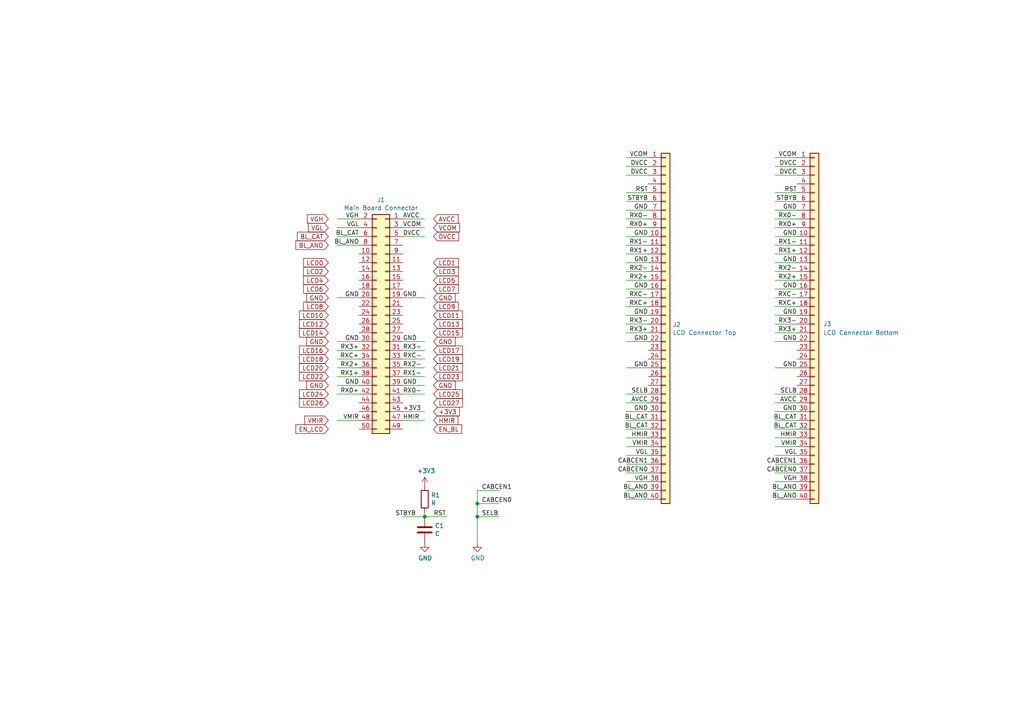
<source format=kicad_sch>
(kicad_sch (version 20250114) (generator "eeschema") (generator_version "9.0")
  (paper "A4")
  (lib_symbols
    (symbol "Connector_Generic:Conn_01x40" (pin_names (offset 1.016) (hide yes))
      (property "Reference" "J" (at 0 50.8 0))
      (property "Value" "Conn_01x40" (at 0 -53.34 0))
      (symbol "Conn_01x40_1_1"
        (rectangle (start -1.27 49.53) (end 1.27 -52.07) (stroke (width 0.254)) (fill (type background)))
        (rectangle (start -1.27 48.387) (end 0 48.133) (stroke (width 0.1524)))
        (rectangle (start -1.27 45.847) (end 0 45.593) (stroke (width 0.1524)))
        (rectangle (start -1.27 43.307) (end 0 43.053) (stroke (width 0.1524)))
        (rectangle (start -1.27 40.767) (end 0 40.513) (stroke (width 0.1524)))
        (rectangle (start -1.27 38.227) (end 0 37.973) (stroke (width 0.1524)))
        (rectangle (start -1.27 35.687) (end 0 35.433) (stroke (width 0.1524)))
        (rectangle (start -1.27 33.147) (end 0 32.893) (stroke (width 0.1524)))
        (rectangle (start -1.27 30.607) (end 0 30.353) (stroke (width 0.1524)))
        (rectangle (start -1.27 28.067) (end 0 27.813) (stroke (width 0.1524)))
        (rectangle (start -1.27 25.527) (end 0 25.273) (stroke (width 0.1524)))
        (rectangle (start -1.27 22.987) (end 0 22.733) (stroke (width 0.1524)))
        (rectangle (start -1.27 20.447) (end 0 20.193) (stroke (width 0.1524)))
        (rectangle (start -1.27 17.907) (end 0 17.653) (stroke (width 0.1524)))
        (rectangle (start -1.27 15.367) (end 0 15.113) (stroke (width 0.1524)))
        (rectangle (start -1.27 12.827) (end 0 12.573) (stroke (width 0.1524)))
        (rectangle (start -1.27 10.287) (end 0 10.033) (stroke (width 0.1524)))
        (rectangle (start -1.27 7.747) (end 0 7.493) (stroke (width 0.1524)))
        (rectangle (start -1.27 5.207) (end 0 4.953) (stroke (width 0.1524)))
        (rectangle (start -1.27 2.667) (end 0 2.413) (stroke (width 0.1524)))
        (rectangle (start -1.27 0.127) (end 0 -0.127) (stroke (width 0.1524)))
        (rectangle (start -1.27 -2.413) (end 0 -2.667) (stroke (width 0.1524)))
        (rectangle (start -1.27 -4.953) (end 0 -5.207) (stroke (width 0.1524)))
        (rectangle (start -1.27 -7.493) (end 0 -7.747) (stroke (width 0.1524)))
        (rectangle (start -1.27 -10.033) (end 0 -10.287) (stroke (width 0.1524)))
        (rectangle (start -1.27 -12.573) (end 0 -12.827) (stroke (width 0.1524)))
        (rectangle (start -1.27 -15.113) (end 0 -15.367) (stroke (width 0.1524)))
        (rectangle (start -1.27 -17.653) (end 0 -17.907) (stroke (width 0.1524)))
        (rectangle (start -1.27 -20.193) (end 0 -20.447) (stroke (width 0.1524)))
        (rectangle (start -1.27 -22.733) (end 0 -22.987) (stroke (width 0.1524)))
        (rectangle (start -1.27 -25.273) (end 0 -25.527) (stroke (width 0.1524)))
        (rectangle (start -1.27 -27.813) (end 0 -28.067) (stroke (width 0.1524)))
        (rectangle (start -1.27 -30.353) (end 0 -30.607) (stroke (width 0.1524)))
        (rectangle (start -1.27 -32.893) (end 0 -33.147) (stroke (width 0.1524)))
        (rectangle (start -1.27 -35.433) (end 0 -35.687) (stroke (width 0.1524)))
        (rectangle (start -1.27 -37.973) (end 0 -38.227) (stroke (width 0.1524)))
        (rectangle (start -1.27 -40.513) (end 0 -40.767) (stroke (width 0.1524)))
        (rectangle (start -1.27 -43.053) (end 0 -43.307) (stroke (width 0.1524)))
        (rectangle (start -1.27 -45.593) (end 0 -45.847) (stroke (width 0.1524)))
        (rectangle (start -1.27 -48.133) (end 0 -48.387) (stroke (width 0.1524)))
        (rectangle (start -1.27 -50.673) (end 0 -50.927) (stroke (width 0.1524)))
        (pin passive line (at -5.08 48.26 0) (length 3.81) (name "Pin_1") (number "1"))
        (pin passive line (at -5.08 45.72 0) (length 3.81) (name "Pin_2") (number "2"))
        (pin passive line (at -5.08 43.18 0) (length 3.81) (name "Pin_3") (number "3"))
        (pin passive line (at -5.08 40.64 0) (length 3.81) (name "Pin_4") (number "4"))
        (pin passive line (at -5.08 38.1 0) (length 3.81) (name "Pin_5") (number "5"))
        (pin passive line (at -5.08 35.56 0) (length 3.81) (name "Pin_6") (number "6"))
        (pin passive line (at -5.08 33.02 0) (length 3.81) (name "Pin_7") (number "7"))
        (pin passive line (at -5.08 30.48 0) (length 3.81) (name "Pin_8") (number "8"))
        (pin passive line (at -5.08 27.94 0) (length 3.81) (name "Pin_9") (number "9"))
        (pin passive line (at -5.08 25.4 0) (length 3.81) (name "Pin_10") (number "10"))
        (pin passive line (at -5.08 22.86 0) (length 3.81) (name "Pin_11") (number "11"))
        (pin passive line (at -5.08 20.32 0) (length 3.81) (name "Pin_12") (number "12"))
        (pin passive line (at -5.08 17.78 0) (length 3.81) (name "Pin_13") (number "13"))
        (pin passive line (at -5.08 15.24 0) (length 3.81) (name "Pin_14") (number "14"))
        (pin passive line (at -5.08 12.7 0) (length 3.81) (name "Pin_15") (number "15"))
        (pin passive line (at -5.08 10.16 0) (length 3.81) (name "Pin_16") (number "16"))
        (pin passive line (at -5.08 7.62 0) (length 3.81) (name "Pin_17") (number "17"))
        (pin passive line (at -5.08 5.08 0) (length 3.81) (name "Pin_18") (number "18"))
        (pin passive line (at -5.08 2.54 0) (length 3.81) (name "Pin_19") (number "19"))
        (pin passive line (at -5.08 0 0) (length 3.81) (name "Pin_20") (number "20"))
        (pin passive line (at -5.08 -2.54 0) (length 3.81) (name "Pin_21") (number "21"))
        (pin passive line (at -5.08 -5.08 0) (length 3.81) (name "Pin_22") (number "22"))
        (pin passive line (at -5.08 -7.62 0) (length 3.81) (name "Pin_23") (number "23"))
        (pin passive line (at -5.08 -10.16 0) (length 3.81) (name "Pin_24") (number "24"))
        (pin passive line (at -5.08 -12.7 0) (length 3.81) (name "Pin_25") (number "25"))
        (pin passive line (at -5.08 -15.24 0) (length 3.81) (name "Pin_26") (number "26"))
        (pin passive line (at -5.08 -17.78 0) (length 3.81) (name "Pin_27") (number "27"))
        (pin passive line (at -5.08 -20.32 0) (length 3.81) (name "Pin_28") (number "28"))
        (pin passive line (at -5.08 -22.86 0) (length 3.81) (name "Pin_29") (number "29"))
        (pin passive line (at -5.08 -25.4 0) (length 3.81) (name "Pin_30") (number "30"))
        (pin passive line (at -5.08 -27.94 0) (length 3.81) (name "Pin_31") (number "31"))
        (pin passive line (at -5.08 -30.48 0) (length 3.81) (name "Pin_32") (number "32"))
        (pin passive line (at -5.08 -33.02 0) (length 3.81) (name "Pin_33") (number "33"))
        (pin passive line (at -5.08 -35.56 0) (length 3.81) (name "Pin_34") (number "34"))
        (pin passive line (at -5.08 -38.1 0) (length 3.81) (name "Pin_35") (number "35"))
        (pin passive line (at -5.08 -40.64 0) (length 3.81) (name "Pin_36") (number "36"))
        (pin passive line (at -5.08 -43.18 0) (length 3.81) (name "Pin_37") (number "37"))
        (pin passive line (at -5.08 -45.72 0) (length 3.81) (name "Pin_38") (number "38"))
        (pin passive line (at -5.08 -48.26 0) (length 3.81) (name "Pin_39") (number "39"))
        (pin passive line (at -5.08 -50.8 0) (length 3.81) (name "Pin_40") (number "40"))
      )
    )
    (symbol "Connector_Generic:Conn_02x25_Odd_Even" (pin_names (offset 1.016) (hide yes))
      (property "Reference" "J" (at 1.27 33.02 0))
      (property "Value" "Conn_02x25_Odd_Even" (at 1.27 -33.02 0))
      (symbol "Conn_02x25_Odd_Even_1_1"
        (rectangle (start -1.27 31.75) (end 3.81 -31.75) (stroke (width 0.254)) (fill (type background)))
        (rectangle (start -1.27 30.607) (end 0 30.353) (stroke (width 0.1524)))
        (rectangle (start -1.27 28.067) (end 0 27.813) (stroke (width 0.1524)))
        (rectangle (start -1.27 25.527) (end 0 25.273) (stroke (width 0.1524)))
        (rectangle (start -1.27 22.987) (end 0 22.733) (stroke (width 0.1524)))
        (rectangle (start -1.27 20.447) (end 0 20.193) (stroke (width 0.1524)))
        (rectangle (start -1.27 17.907) (end 0 17.653) (stroke (width 0.1524)))
        (rectangle (start -1.27 15.367) (end 0 15.113) (stroke (width 0.1524)))
        (rectangle (start -1.27 12.827) (end 0 12.573) (stroke (width 0.1524)))
        (rectangle (start -1.27 10.287) (end 0 10.033) (stroke (width 0.1524)))
        (rectangle (start -1.27 7.747) (end 0 7.493) (stroke (width 0.1524)))
        (rectangle (start -1.27 5.207) (end 0 4.953) (stroke (width 0.1524)))
        (rectangle (start -1.27 2.667) (end 0 2.413) (stroke (width 0.1524)))
        (rectangle (start -1.27 0.127) (end 0 -0.127) (stroke (width 0.1524)))
        (rectangle (start -1.27 -2.413) (end 0 -2.667) (stroke (width 0.1524)))
        (rectangle (start -1.27 -4.953) (end 0 -5.207) (stroke (width 0.1524)))
        (rectangle (start -1.27 -7.493) (end 0 -7.747) (stroke (width 0.1524)))
        (rectangle (start -1.27 -10.033) (end 0 -10.287) (stroke (width 0.1524)))
        (rectangle (start -1.27 -12.573) (end 0 -12.827) (stroke (width 0.1524)))
        (rectangle (start -1.27 -15.113) (end 0 -15.367) (stroke (width 0.1524)))
        (rectangle (start -1.27 -17.653) (end 0 -17.907) (stroke (width 0.1524)))
        (rectangle (start -1.27 -20.193) (end 0 -20.447) (stroke (width 0.1524)))
        (rectangle (start -1.27 -22.733) (end 0 -22.987) (stroke (width 0.1524)))
        (rectangle (start -1.27 -25.273) (end 0 -25.527) (stroke (width 0.1524)))
        (rectangle (start -1.27 -27.813) (end 0 -28.067) (stroke (width 0.1524)))
        (rectangle (start -1.27 -30.353) (end 0 -30.607) (stroke (width 0.1524)))
        (rectangle (start 3.81 30.607) (end 2.54 30.353) (stroke (width 0.1524)))
        (rectangle (start 3.81 28.067) (end 2.54 27.813) (stroke (width 0.1524)))
        (rectangle (start 3.81 25.527) (end 2.54 25.273) (stroke (width 0.1524)))
        (rectangle (start 3.81 22.987) (end 2.54 22.733) (stroke (width 0.1524)))
        (rectangle (start 3.81 20.447) (end 2.54 20.193) (stroke (width 0.1524)))
        (rectangle (start 3.81 17.907) (end 2.54 17.653) (stroke (width 0.1524)))
        (rectangle (start 3.81 15.367) (end 2.54 15.113) (stroke (width 0.1524)))
        (rectangle (start 3.81 12.827) (end 2.54 12.573) (stroke (width 0.1524)))
        (rectangle (start 3.81 10.287) (end 2.54 10.033) (stroke (width 0.1524)))
        (rectangle (start 3.81 7.747) (end 2.54 7.493) (stroke (width 0.1524)))
        (rectangle (start 3.81 5.207) (end 2.54 4.953) (stroke (width 0.1524)))
        (rectangle (start 3.81 2.667) (end 2.54 2.413) (stroke (width 0.1524)))
        (rectangle (start 3.81 0.127) (end 2.54 -0.127) (stroke (width 0.1524)))
        (rectangle (start 3.81 -2.413) (end 2.54 -2.667) (stroke (width 0.1524)))
        (rectangle (start 3.81 -4.953) (end 2.54 -5.207) (stroke (width 0.1524)))
        (rectangle (start 3.81 -7.493) (end 2.54 -7.747) (stroke (width 0.1524)))
        (rectangle (start 3.81 -10.033) (end 2.54 -10.287) (stroke (width 0.1524)))
        (rectangle (start 3.81 -12.573) (end 2.54 -12.827) (stroke (width 0.1524)))
        (rectangle (start 3.81 -15.113) (end 2.54 -15.367) (stroke (width 0.1524)))
        (rectangle (start 3.81 -17.653) (end 2.54 -17.907) (stroke (width 0.1524)))
        (rectangle (start 3.81 -20.193) (end 2.54 -20.447) (stroke (width 0.1524)))
        (rectangle (start 3.81 -22.733) (end 2.54 -22.987) (stroke (width 0.1524)))
        (rectangle (start 3.81 -25.273) (end 2.54 -25.527) (stroke (width 0.1524)))
        (rectangle (start 3.81 -27.813) (end 2.54 -28.067) (stroke (width 0.1524)))
        (rectangle (start 3.81 -30.353) (end 2.54 -30.607) (stroke (width 0.1524)))
        (pin passive line (at -5.08 30.48 0) (length 3.81) (name "Pin_1") (number "1"))
        (pin passive line (at -5.08 27.94 0) (length 3.81) (name "Pin_3") (number "3"))
        (pin passive line (at -5.08 25.4 0) (length 3.81) (name "Pin_5") (number "5"))
        (pin passive line (at -5.08 22.86 0) (length 3.81) (name "Pin_7") (number "7"))
        (pin passive line (at -5.08 20.32 0) (length 3.81) (name "Pin_9") (number "9"))
        (pin passive line (at -5.08 17.78 0) (length 3.81) (name "Pin_11") (number "11"))
        (pin passive line (at -5.08 15.24 0) (length 3.81) (name "Pin_13") (number "13"))
        (pin passive line (at -5.08 12.7 0) (length 3.81) (name "Pin_15") (number "15"))
        (pin passive line (at -5.08 10.16 0) (length 3.81) (name "Pin_17") (number "17"))
        (pin passive line (at -5.08 7.62 0) (length 3.81) (name "Pin_19") (number "19"))
        (pin passive line (at -5.08 5.08 0) (length 3.81) (name "Pin_21") (number "21"))
        (pin passive line (at -5.08 2.54 0) (length 3.81) (name "Pin_23") (number "23"))
        (pin passive line (at -5.08 0 0) (length 3.81) (name "Pin_25") (number "25"))
        (pin passive line (at -5.08 -2.54 0) (length 3.81) (name "Pin_27") (number "27"))
        (pin passive line (at -5.08 -5.08 0) (length 3.81) (name "Pin_29") (number "29"))
        (pin passive line (at -5.08 -7.62 0) (length 3.81) (name "Pin_31") (number "31"))
        (pin passive line (at -5.08 -10.16 0) (length 3.81) (name "Pin_33") (number "33"))
        (pin passive line (at -5.08 -12.7 0) (length 3.81) (name "Pin_35") (number "35"))
        (pin passive line (at -5.08 -15.24 0) (length 3.81) (name "Pin_37") (number "37"))
        (pin passive line (at -5.08 -17.78 0) (length 3.81) (name "Pin_39") (number "39"))
        (pin passive line (at -5.08 -20.32 0) (length 3.81) (name "Pin_41") (number "41"))
        (pin passive line (at -5.08 -22.86 0) (length 3.81) (name "Pin_43") (number "43"))
        (pin passive line (at -5.08 -25.4 0) (length 3.81) (name "Pin_45") (number "45"))
        (pin passive line (at -5.08 -27.94 0) (length 3.81) (name "Pin_47") (number "47"))
        (pin passive line (at -5.08 -30.48 0) (length 3.81) (name "Pin_49") (number "49"))
        (pin passive line (at 7.62 30.48 180) (length 3.81) (name "Pin_2") (number "2"))
        (pin passive line (at 7.62 27.94 180) (length 3.81) (name "Pin_4") (number "4"))
        (pin passive line (at 7.62 25.4 180) (length 3.81) (name "Pin_6") (number "6"))
        (pin passive line (at 7.62 22.86 180) (length 3.81) (name "Pin_8") (number "8"))
        (pin passive line (at 7.62 20.32 180) (length 3.81) (name "Pin_10") (number "10"))
        (pin passive line (at 7.62 17.78 180) (length 3.81) (name "Pin_12") (number "12"))
        (pin passive line (at 7.62 15.24 180) (length 3.81) (name "Pin_14") (number "14"))
        (pin passive line (at 7.62 12.7 180) (length 3.81) (name "Pin_16") (number "16"))
        (pin passive line (at 7.62 10.16 180) (length 3.81) (name "Pin_18") (number "18"))
        (pin passive line (at 7.62 7.62 180) (length 3.81) (name "Pin_20") (number "20"))
        (pin passive line (at 7.62 5.08 180) (length 3.81) (name "Pin_22") (number "22"))
        (pin passive line (at 7.62 2.54 180) (length 3.81) (name "Pin_24") (number "24"))
        (pin passive line (at 7.62 0 180) (length 3.81) (name "Pin_26") (number "26"))
        (pin passive line (at 7.62 -2.54 180) (length 3.81) (name "Pin_28") (number "28"))
        (pin passive line (at 7.62 -5.08 180) (length 3.81) (name "Pin_30") (number "30"))
        (pin passive line (at 7.62 -7.62 180) (length 3.81) (name "Pin_32") (number "32"))
        (pin passive line (at 7.62 -10.16 180) (length 3.81) (name "Pin_34") (number "34"))
        (pin passive line (at 7.62 -12.7 180) (length 3.81) (name "Pin_36") (number "36"))
        (pin passive line (at 7.62 -15.24 180) (length 3.81) (name "Pin_38") (number "38"))
        (pin passive line (at 7.62 -17.78 180) (length 3.81) (name "Pin_40") (number "40"))
        (pin passive line (at 7.62 -20.32 180) (length 3.81) (name "Pin_42") (number "42"))
        (pin passive line (at 7.62 -22.86 180) (length 3.81) (name "Pin_44") (number "44"))
        (pin passive line (at 7.62 -25.4 180) (length 3.81) (name "Pin_46") (number "46"))
        (pin passive line (at 7.62 -27.94 180) (length 3.81) (name "Pin_48") (number "48"))
        (pin passive line (at 7.62 -30.48 180) (length 3.81) (name "Pin_50") (number "50"))
      )
    )
    (symbol "Device:C" (pin_numbers (hide yes)) (pin_names (offset 0.254))
      (property "Reference" "C" (at 0.635 2.54 0))
      (property "Value" "C" (at 0.635 -2.54 0))
      (symbol "C_0_1"
        (polyline (pts (xy -2.032 0.762) (xy 2.032 0.762)) (stroke (width 0.508)))
        (polyline (pts (xy -2.032 -0.762) (xy 2.032 -0.762)) (stroke (width 0.508)))
      )
      (symbol "C_1_1"
        (pin passive line (at 0 3.81 270) (length 2.794) (name "~") (number "1"))
        (pin passive line (at 0 -3.81 90) (length 2.794) (name "~") (number "2"))
      )
    )
    (symbol "Device:R" (pin_numbers (hide yes)) (pin_names (offset 0))
      (property "Reference" "R" (at 2.032 0 90))
      (property "Value" "R" (at 0 0 90))
      (symbol "R_0_1"
        (rectangle (start -1.016 -2.54) (end 1.016 2.54) (stroke (width 0.254)))
      )
      (symbol "R_1_1"
        (pin passive line (at 0 3.81 270) (length 1.27) (name "~") (number "1"))
        (pin passive line (at 0 -3.81 90) (length 1.27) (name "~") (number "2"))
      )
    )
    (symbol "power:+3V3" (power) (pin_names (offset 0))
      (property "Value" "+3V3" (at 0 3.556 0))
      (symbol "+3V3_0_1"
        (polyline (pts (xy -0.762 1.27) (xy 0 2.54)))
        (polyline (pts (xy 0 2.54) (xy 0.762 1.27)))
        (polyline (pts (xy 0 0) (xy 0 2.54)))
      )
      (symbol "+3V3_1_1"
        (pin power_in line (at 0 0 90) (length 0) (hide yes) (name "+3V3") (number "1"))
      )
    )
    (symbol "power:GND" (power) (pin_names (offset 0))
      (property "Value" "GND" (at 0 -3.81 0))
      (symbol "GND_0_1"
        (polyline (pts (xy 0 0) (xy 0 -1.27) (xy 1.27 -1.27) (xy 0 -2.54) (xy -1.27 -1.27) (xy 0 -1.27)))
      )
      (symbol "GND_1_1"
        (pin power_in line (at 0 0 270) (length 0) (hide yes) (name "GND") (number "1"))
      )
    )
  )
  (junction (at 123.19 149.86))
  (junction (at 138.43 149.86))
  (junction (at 138.43 146.05))
  (wire (pts (xy 231.14 50.8) (xy 224.79 50.8)))
  (wire (pts (xy 187.96 129.54) (xy 181.61 129.54)))
  (wire (pts (xy 97.79 86.36) (xy 104.14 86.36)))
  (wire (pts (xy 231.14 81.28) (xy 224.79 81.28)))
  (wire (pts (xy 187.96 63.5) (xy 181.61 63.5)))
  (wire (pts (xy 97.79 111.76) (xy 104.14 111.76)))
  (wire (pts (xy 187.96 137.16) (xy 181.61 137.16)))
  (wire (pts (xy 187.96 68.58) (xy 181.61 68.58)))
  (wire (pts (xy 138.43 157.48) (xy 138.43 149.86)))
  (wire (pts (xy 187.96 88.9) (xy 181.61 88.9)))
  (wire (pts (xy 231.14 127) (xy 224.79 127)))
  (wire (pts (xy 187.96 81.28) (xy 181.61 81.28)))
  (wire (pts (xy 187.96 144.78) (xy 181.61 144.78)))
  (wire (pts (xy 97.79 68.58) (xy 104.14 68.58)))
  (wire (pts (xy 187.96 66.04) (xy 181.61 66.04)))
  (wire (pts (xy 231.14 121.92) (xy 224.79 121.92)))
  (wire (pts (xy 231.14 88.9) (xy 224.79 88.9)))
  (wire (pts (xy 231.14 48.26) (xy 224.79 48.26)))
  (wire (pts (xy 231.14 93.98) (xy 224.79 93.98)))
  (wire (pts (xy 187.96 83.82) (xy 181.61 83.82)))
  (wire (pts (xy 231.14 73.66) (xy 224.79 73.66)))
  (wire (pts (xy 187.96 45.72) (xy 181.61 45.72)))
  (wire (pts (xy 231.14 91.44) (xy 224.79 91.44)))
  (wire (pts (xy 231.14 96.52) (xy 224.79 96.52)))
  (wire (pts (xy 231.14 132.08) (xy 224.79 132.08)))
  (wire (pts (xy 123.19 149.86) (xy 116.84 149.86)))
  (wire (pts (xy 116.84 109.22) (xy 123.19 109.22)))
  (wire (pts (xy 231.14 116.84) (xy 224.79 116.84)))
  (wire (pts (xy 231.14 137.16) (xy 224.79 137.16)))
  (wire (pts (xy 116.84 86.36) (xy 123.19 86.36)))
  (wire (pts (xy 187.96 93.98) (xy 181.61 93.98)))
  (wire (pts (xy 116.84 119.38) (xy 123.19 119.38)))
  (wire (pts (xy 187.96 121.92) (xy 181.61 121.92)))
  (wire (pts (xy 97.79 121.92) (xy 104.14 121.92)))
  (wire (pts (xy 116.84 104.14) (xy 123.19 104.14)))
  (wire (pts (xy 187.96 60.96) (xy 181.61 60.96)))
  (wire (pts (xy 116.84 63.5) (xy 123.19 63.5)))
  (wire (pts (xy 187.96 73.66) (xy 181.61 73.66)))
  (wire (pts (xy 187.96 116.84) (xy 181.61 116.84)))
  (wire (pts (xy 231.14 71.12) (xy 224.79 71.12)))
  (wire (pts (xy 231.14 66.04) (xy 224.79 66.04)))
  (wire (pts (xy 138.43 146.05) (xy 144.78 146.05)))
  (wire (pts (xy 231.14 106.68) (xy 224.79 106.68)))
  (wire (pts (xy 116.84 114.3) (xy 123.19 114.3)))
  (wire (pts (xy 187.96 127) (xy 181.61 127)))
  (wire (pts (xy 231.14 86.36) (xy 224.79 86.36)))
  (wire (pts (xy 187.96 48.26) (xy 181.61 48.26)))
  (wire (pts (xy 97.79 106.68) (xy 104.14 106.68)))
  (wire (pts (xy 116.84 121.92) (xy 123.19 121.92)))
  (wire (pts (xy 231.14 99.06) (xy 224.79 99.06)))
  (wire (pts (xy 116.84 99.06) (xy 123.19 99.06)))
  (wire (pts (xy 123.19 148.59) (xy 123.19 149.86)))
  (wire (pts (xy 231.14 124.46) (xy 224.79 124.46)))
  (wire (pts (xy 97.79 101.6) (xy 104.14 101.6)))
  (wire (pts (xy 123.19 149.86) (xy 129.54 149.86)))
  (wire (pts (xy 231.14 134.62) (xy 224.79 134.62)))
  (wire (pts (xy 138.43 149.86) (xy 144.78 149.86)))
  (wire (pts (xy 187.96 142.24) (xy 181.61 142.24)))
  (wire (pts (xy 187.96 58.42) (xy 181.61 58.42)))
  (wire (pts (xy 138.43 142.24) (xy 144.78 142.24)))
  (wire (pts (xy 187.96 86.36) (xy 181.61 86.36)))
  (wire (pts (xy 97.79 66.04) (xy 104.14 66.04)))
  (wire (pts (xy 97.79 104.14) (xy 104.14 104.14)))
  (wire (pts (xy 231.14 114.3) (xy 224.79 114.3)))
  (wire (pts (xy 187.96 91.44) (xy 181.61 91.44)))
  (wire (pts (xy 231.14 76.2) (xy 224.79 76.2)))
  (wire (pts (xy 231.14 129.54) (xy 224.79 129.54)))
  (wire (pts (xy 97.79 114.3) (xy 104.14 114.3)))
  (wire (pts (xy 187.96 55.88) (xy 181.61 55.88)))
  (wire (pts (xy 231.14 58.42) (xy 224.79 58.42)))
  (wire (pts (xy 187.96 106.68) (xy 181.61 106.68)))
  (wire (pts (xy 231.14 63.5) (xy 224.79 63.5)))
  (wire (pts (xy 187.96 114.3) (xy 181.61 114.3)))
  (wire (pts (xy 231.14 119.38) (xy 224.79 119.38)))
  (wire (pts (xy 97.79 71.12) (xy 104.14 71.12)))
  (wire (pts (xy 187.96 124.46) (xy 181.61 124.46)))
  (wire (pts (xy 97.79 109.22) (xy 104.14 109.22)))
  (wire (pts (xy 187.96 139.7) (xy 181.61 139.7)))
  (wire (pts (xy 187.96 50.8) (xy 181.61 50.8)))
  (wire (pts (xy 138.43 146.05) (xy 138.43 142.24)))
  (wire (pts (xy 187.96 78.74) (xy 181.61 78.74)))
  (wire (pts (xy 231.14 68.58) (xy 224.79 68.58)))
  (wire (pts (xy 231.14 142.24) (xy 224.79 142.24)))
  (wire (pts (xy 231.14 78.74) (xy 224.79 78.74)))
  (wire (pts (xy 138.43 149.86) (xy 138.43 146.05)))
  (wire (pts (xy 231.14 60.96) (xy 224.79 60.96)))
  (wire (pts (xy 116.84 68.58) (xy 123.19 68.58)))
  (wire (pts (xy 231.14 83.82) (xy 224.79 83.82)))
  (wire (pts (xy 97.79 63.5) (xy 104.14 63.5)))
  (wire (pts (xy 187.96 119.38) (xy 181.61 119.38)))
  (wire (pts (xy 97.79 99.06) (xy 104.14 99.06)))
  (wire (pts (xy 187.96 99.06) (xy 181.61 99.06)))
  (wire (pts (xy 187.96 132.08) (xy 181.61 132.08)))
  (wire (pts (xy 187.96 134.62) (xy 181.61 134.62)))
  (wire (pts (xy 187.96 71.12) (xy 181.61 71.12)))
  (wire (pts (xy 231.14 139.7) (xy 224.79 139.7)))
  (wire (pts (xy 116.84 101.6) (xy 123.19 101.6)))
  (wire (pts (xy 187.96 96.52) (xy 181.61 96.52)))
  (wire (pts (xy 231.14 144.78) (xy 224.79 144.78)))
  (wire (pts (xy 116.84 111.76) (xy 123.19 111.76)))
  (wire (pts (xy 231.14 55.88) (xy 224.79 55.88)))
  (wire (pts (xy 116.84 106.68) (xy 123.19 106.68)))
  (wire (pts (xy 231.14 45.72) (xy 224.79 45.72)))
  (wire (pts (xy 116.84 66.04) (xy 123.19 66.04)))
  (wire (pts (xy 187.96 76.2) (xy 181.61 76.2)))
  (label "RXC+" (at 231.14 88.9 180))
  (label "DVCC" (at 187.96 48.26 180))
  (label "GND" (at 231.14 91.44 180))
  (label "BL_ANO" (at 187.96 144.78 180))
  (label "RX3+" (at 104.14 101.6 180))
  (label "RX1+" (at 187.96 73.66 180))
  (label "GND" (at 231.14 106.68 180))
  (label "GND" (at 187.96 60.96 180))
  (label "BL_CAT" (at 104.14 68.58 180))
  (label "GND" (at 231.14 60.96 180))
  (label "RX3-" (at 231.14 93.98 180))
  (label "RXC+" (at 187.96 88.9 180))
  (label "STBYB" (at 231.14 58.42 180))
  (label "CABCEN0" (at 139.7 146.05 0))
  (label "GND" (at 104.14 111.76 180))
  (label "GND" (at 104.14 86.36 180))
  (label "GND" (at 187.96 68.58 180))
  (label "RX3+" (at 231.14 96.52 180))
  (label "VGH" (at 104.14 63.5 180))
  (label "RX0-" (at 187.96 63.5 180))
  (label "BL_CAT" (at 187.96 124.46 180))
  (label "RX1-" (at 231.14 71.12 180))
  (label "RX2+" (at 187.96 81.28 180))
  (label "RX3-" (at 116.84 101.6 0))
  (label "VMIR" (at 104.14 121.92 180))
  (label "VCOM" (at 116.84 66.04 0))
  (label "BL_CAT" (at 187.96 121.92 180))
  (label "RX0+" (at 104.14 114.3 180))
  (label "SELB" (at 187.96 114.3 180))
  (label "GND" (at 231.14 83.82 180))
  (label "RX0+" (at 187.96 66.04 180))
  (label "BL_CAT" (at 231.14 124.46 180))
  (label "RX1+" (at 104.14 109.22 180))
  (label "VGL" (at 187.96 132.08 180))
  (label "RX0-" (at 116.84 114.3 0))
  (label "CABCEN1" (at 231.14 134.62 180))
  (label "GND" (at 187.96 91.44 180))
  (label "HMIR" (at 116.84 121.92 0))
  (label "VGH" (at 231.14 139.7 180))
  (label "RXC+" (at 104.14 104.14 180))
  (label "BL_ANO" (at 187.96 142.24 180))
  (label "VGH" (at 187.96 139.7 180))
  (label "BL_ANO" (at 231.14 144.78 180))
  (label "RX3-" (at 187.96 93.98 180))
  (label "CABCEN1" (at 139.7 142.24 0))
  (label "RX1-" (at 116.84 109.22 0))
  (label "DVCC" (at 187.96 50.8 180))
  (label "AVCC" (at 231.14 116.84 180))
  (label "GND" (at 104.14 99.06 180))
  (label "GND" (at 231.14 68.58 180))
  (label "RXC-" (at 231.14 86.36 180))
  (label "VGL" (at 231.14 132.08 180))
  (label "RST" (at 125.73 149.86 0))
  (label "RXC-" (at 187.96 86.36 180))
  (label "RX3+" (at 187.96 96.52 180))
  (label "GND" (at 187.96 83.82 180))
  (label "VMIR" (at 231.14 129.54 180))
  (label "RX1-" (at 187.96 71.12 180))
  (label "RX2-" (at 231.14 78.74 180))
  (label "GND" (at 231.14 99.06 180))
  (label "DVCC" (at 116.84 68.58 0))
  (label "GND" (at 116.84 86.36 0))
  (label "GND" (at 187.96 76.2 180))
  (label "RX2-" (at 187.96 78.74 180))
  (label "+3V3" (at 116.84 119.38 0))
  (label "AVCC" (at 116.84 63.5 0))
  (label "DVCC" (at 231.14 48.26 180))
  (label "GND" (at 187.96 119.38 180))
  (label "RX2+" (at 104.14 106.68 180))
  (label "RST" (at 187.96 55.88 180))
  (label "HMIR" (at 231.14 127 180))
  (label "HMIR" (at 187.96 127 180))
  (label "STBYB" (at 120.65 149.86 180))
  (label "GND" (at 116.84 99.06 0))
  (label "GND" (at 187.96 99.06 180))
  (label "RX0+" (at 231.14 66.04 180))
  (label "BL_CAT" (at 231.14 121.92 180))
  (label "DVCC" (at 231.14 50.8 180))
  (label "RST" (at 231.14 55.88 180))
  (label "GND" (at 231.14 76.2 180))
  (label "VGL" (at 104.14 66.04 180))
  (label "RX2+" (at 231.14 81.28 180))
  (label "CABCEN0" (at 231.14 137.16 180))
  (label "SELB" (at 139.7 149.86 0))
  (label "RX0-" (at 231.14 63.5 180))
  (label "VCOM" (at 231.14 45.72 180))
  (label "BL_ANO" (at 104.14 71.12 180))
  (label "AVCC" (at 187.96 116.84 180))
  (label "VCOM" (at 187.96 45.72 180))
  (label "BL_ANO" (at 231.14 142.24 180))
  (label "GND" (at 231.14 119.38 180))
  (label "CABCEN0" (at 187.96 137.16 180))
  (label "RX1+" (at 231.14 73.66 180))
  (label "CABCEN1" (at 187.96 134.62 180))
  (label "GND" (at 187.96 106.68 180))
  (label "GND" (at 116.84 111.76 0))
  (label "VMIR" (at 187.96 129.54 180))
  (label "STBYB" (at 187.96 58.42 180))
  (label "RXC-" (at 116.84 104.14 0))
  (label "RX2-" (at 116.84 106.68 0))
  (label "SELB" (at 231.14 114.3 180))
  (global_label "LCD7" (shape input) (at 125.73 83.82 0) (property "Intersheetrefs" "${INTERSHEET_REFS}" (effects (hide yes))) (property "Обозначения листов" "${INTERSHEET_REFS}" (effects (hide yes))))
  (global_label "EN_LCD" (shape input) (at 95.25 124.46 180) (property "Intersheetrefs" "${INTERSHEET_REFS}" (effects (hide yes))) (property "Обозначения листов" "${INTERSHEET_REFS}" (effects (hide yes))))
  (global_label "LCD1" (shape input) (at 125.73 76.2 0) (property "Intersheetrefs" "${INTERSHEET_REFS}" (effects (hide yes))) (property "Обозначения листов" "${INTERSHEET_REFS}" (effects (hide yes))))
  (global_label "LCD13" (shape input) (at 125.73 93.98 0) (property "Intersheetrefs" "${INTERSHEET_REFS}" (effects (hide yes))) (property "Обозначения листов" "${INTERSHEET_REFS}" (effects (hide yes))))
  (global_label "VGH" (shape input) (at 95.25 63.5 180) (property "Intersheetrefs" "${INTERSHEET_REFS}" (effects (hide yes))) (property "Обозначения листов" "${INTERSHEET_REFS}" (effects (hide yes))))
  (global_label "LCD17" (shape input) (at 125.73 101.6 0) (property "Intersheetrefs" "${INTERSHEET_REFS}" (effects (hide yes))) (property "Обозначения листов" "${INTERSHEET_REFS}" (effects (hide yes))))
  (global_label "AVCC" (shape input) (at 125.73 63.5 0) (property "Intersheetrefs" "${INTERSHEET_REFS}" (effects (hide yes))) (property "Обозначения листов" "${INTERSHEET_REFS}" (effects (hide yes))))
  (global_label "EN_BL" (shape input) (at 125.73 124.46 0) (property "Intersheetrefs" "${INTERSHEET_REFS}" (effects (hide yes))) (property "Обозначения листов" "${INTERSHEET_REFS}" (effects (hide yes))))
  (global_label "LCD2" (shape input) (at 95.25 78.74 180) (property "Intersheetrefs" "${INTERSHEET_REFS}" (effects (hide yes))) (property "Обозначения листов" "${INTERSHEET_REFS}" (effects (hide yes))))
  (global_label "LCD15" (shape input) (at 125.73 96.52 0) (property "Intersheetrefs" "${INTERSHEET_REFS}" (effects (hide yes))) (property "Обозначения листов" "${INTERSHEET_REFS}" (effects (hide yes))))
  (global_label "LCD0" (shape input) (at 95.25 76.2 180) (property "Intersheetrefs" "${INTERSHEET_REFS}" (effects (hide yes))) (property "Обозначения листов" "${INTERSHEET_REFS}" (effects (hide yes))))
  (global_label "LCD26" (shape input) (at 95.25 116.84 180) (property "Intersheetrefs" "${INTERSHEET_REFS}" (effects (hide yes))) (property "Обозначения листов" "${INTERSHEET_REFS}" (effects (hide yes))))
  (global_label "LCD8" (shape input) (at 95.25 88.9 180) (property "Intersheetrefs" "${INTERSHEET_REFS}" (effects (hide yes))) (property "Обозначения листов" "${INTERSHEET_REFS}" (effects (hide yes))))
  (global_label "LCD14" (shape input) (at 95.25 96.52 180) (property "Intersheetrefs" "${INTERSHEET_REFS}" (effects (hide yes))) (property "Обозначения листов" "${INTERSHEET_REFS}" (effects (hide yes))))
  (global_label "LCD25" (shape input) (at 125.73 114.3 0) (property "Intersheetrefs" "${INTERSHEET_REFS}" (effects (hide yes))) (property "Обозначения листов" "${INTERSHEET_REFS}" (effects (hide yes))))
  (global_label "LCD22" (shape input) (at 95.25 109.22 180) (property "Intersheetrefs" "${INTERSHEET_REFS}" (effects (hide yes))) (property "Обозначения листов" "${INTERSHEET_REFS}" (effects (hide yes))))
  (global_label "GND" (shape input) (at 125.73 86.36 0) (property "Intersheetrefs" "${INTERSHEET_REFS}" (effects (hide yes))) (property "Обозначения листов" "${INTERSHEET_REFS}" (effects (hide yes))))
  (global_label "GND" (shape input) (at 95.25 86.36 180) (property "Intersheetrefs" "${INTERSHEET_REFS}" (effects (hide yes))) (property "Обозначения листов" "${INTERSHEET_REFS}" (effects (hide yes))))
  (global_label "LCD19" (shape input) (at 125.73 104.14 0) (property "Intersheetrefs" "${INTERSHEET_REFS}" (effects (hide yes))) (property "Обозначения листов" "${INTERSHEET_REFS}" (effects (hide yes))))
  (global_label "LCD3" (shape input) (at 125.73 78.74 0) (property "Intersheetrefs" "${INTERSHEET_REFS}" (effects (hide yes))) (property "Обозначения листов" "${INTERSHEET_REFS}" (effects (hide yes))))
  (global_label "LCD18" (shape input) (at 95.25 104.14 180) (property "Intersheetrefs" "${INTERSHEET_REFS}" (effects (hide yes))) (property "Обозначения листов" "${INTERSHEET_REFS}" (effects (hide yes))))
  (global_label "DVCC" (shape input) (at 125.73 68.58 0) (property "Intersheetrefs" "${INTERSHEET_REFS}" (effects (hide yes))) (property "Обозначения листов" "${INTERSHEET_REFS}" (effects (hide yes))))
  (global_label "BL_CAT" (shape input) (at 95.25 68.58 180) (property "Intersheetrefs" "${INTERSHEET_REFS}" (effects (hide yes))) (property "Обозначения листов" "${INTERSHEET_REFS}" (effects (hide yes))))
  (global_label "LCD23" (shape input) (at 125.73 109.22 0) (property "Intersheetrefs" "${INTERSHEET_REFS}" (effects (hide yes))) (property "Обозначения листов" "${INTERSHEET_REFS}" (effects (hide yes))))
  (global_label "LCD20" (shape input) (at 95.25 106.68 180) (property "Intersheetrefs" "${INTERSHEET_REFS}" (effects (hide yes))) (property "Обозначения листов" "${INTERSHEET_REFS}" (effects (hide yes))))
  (global_label "LCD6" (shape input) (at 95.25 83.82 180) (property "Intersheetrefs" "${INTERSHEET_REFS}" (effects (hide yes))) (property "Обозначения листов" "${INTERSHEET_REFS}" (effects (hide yes))))
  (global_label "LCD4" (shape input) (at 95.25 81.28 180) (property "Intersheetrefs" "${INTERSHEET_REFS}" (effects (hide yes))) (property "Обозначения листов" "${INTERSHEET_REFS}" (effects (hide yes))))
  (global_label "+3V3" (shape input) (at 125.73 119.38 0) (property "Intersheetrefs" "${INTERSHEET_REFS}" (effects (hide yes))) (property "Обозначения листов" "${INTERSHEET_REFS}" (effects (hide yes))))
  (global_label "GND" (shape input) (at 125.73 99.06 0) (property "Intersheetrefs" "${INTERSHEET_REFS}" (effects (hide yes))) (property "Обозначения листов" "${INTERSHEET_REFS}" (effects (hide yes))))
  (global_label "HMIR" (shape input) (at 125.73 121.92 0) (property "Intersheetrefs" "${INTERSHEET_REFS}" (effects (hide yes))) (property "Обозначения листов" "${INTERSHEET_REFS}" (effects (hide yes))))
  (global_label "LCD27" (shape input) (at 125.73 116.84 0) (property "Intersheetrefs" "${INTERSHEET_REFS}" (effects (hide yes))) (property "Обозначения листов" "${INTERSHEET_REFS}" (effects (hide yes))))
  (global_label "LCD9" (shape input) (at 125.73 88.9 0) (property "Intersheetrefs" "${INTERSHEET_REFS}" (effects (hide yes))) (property "Обозначения листов" "${INTERSHEET_REFS}" (effects (hide yes))))
  (global_label "LCD5" (shape input) (at 125.73 81.28 0) (property "Intersheetrefs" "${INTERSHEET_REFS}" (effects (hide yes))) (property "Обозначения листов" "${INTERSHEET_REFS}" (effects (hide yes))))
  (global_label "GND" (shape input) (at 125.73 111.76 0) (property "Intersheetrefs" "${INTERSHEET_REFS}" (effects (hide yes))) (property "Обозначения листов" "${INTERSHEET_REFS}" (effects (hide yes))))
  (global_label "VGL" (shape input) (at 95.25 66.04 180) (property "Intersheetrefs" "${INTERSHEET_REFS}" (effects (hide yes))) (property "Обозначения листов" "${INTERSHEET_REFS}" (effects (hide yes))))
  (global_label "BL_ANO" (shape input) (at 95.25 71.12 180) (property "Intersheetrefs" "${INTERSHEET_REFS}" (effects (hide yes))) (property "Обозначения листов" "${INTERSHEET_REFS}" (effects (hide yes))))
  (global_label "LCD10" (shape input) (at 95.25 91.44 180) (property "Intersheetrefs" "${INTERSHEET_REFS}" (effects (hide yes))) (property "Обозначения листов" "${INTERSHEET_REFS}" (effects (hide yes))))
  (global_label "LCD16" (shape input) (at 95.25 101.6 180) (property "Intersheetrefs" "${INTERSHEET_REFS}" (effects (hide yes))) (property "Обозначения листов" "${INTERSHEET_REFS}" (effects (hide yes))))
  (global_label "VMIR" (shape input) (at 95.25 121.92 180) (property "Intersheetrefs" "${INTERSHEET_REFS}" (effects (hide yes))) (property "Обозначения листов" "${INTERSHEET_REFS}" (effects (hide yes))))
  (global_label "LCD12" (shape input) (at 95.25 93.98 180) (property "Intersheetrefs" "${INTERSHEET_REFS}" (effects (hide yes))) (property "Обозначения листов" "${INTERSHEET_REFS}" (effects (hide yes))))
  (global_label "GND" (shape input) (at 95.25 99.06 180) (property "Intersheetrefs" "${INTERSHEET_REFS}" (effects (hide yes))) (property "Обозначения листов" "${INTERSHEET_REFS}" (effects (hide yes))))
  (global_label "LCD21" (shape input) (at 125.73 106.68 0) (property "Intersheetrefs" "${INTERSHEET_REFS}" (effects (hide yes))) (property "Обозначения листов" "${INTERSHEET_REFS}" (effects (hide yes))))
  (global_label "LCD24" (shape input) (at 95.25 114.3 180) (property "Intersheetrefs" "${INTERSHEET_REFS}" (effects (hide yes))) (property "Обозначения листов" "${INTERSHEET_REFS}" (effects (hide yes))))
  (global_label "VCOM" (shape input) (at 125.73 66.04 0) (property "Intersheetrefs" "${INTERSHEET_REFS}" (effects (hide yes))) (property "Обозначения листов" "${INTERSHEET_REFS}" (effects (hide yes))))
  (global_label "LCD11" (shape input) (at 125.73 91.44 0) (property "Intersheetrefs" "${INTERSHEET_REFS}" (effects (hide yes))) (property "Обозначения листов" "${INTERSHEET_REFS}" (effects (hide yes))))
  (global_label "GND" (shape input) (at 95.25 111.76 180) (property "Intersheetrefs" "${INTERSHEET_REFS}" (effects (hide yes))) (property "Обозначения листов" "${INTERSHEET_REFS}" (effects (hide yes))))
  (symbol (lib_id "Connector_Generic:Conn_01x40") (at 236.22 93.98 0) (unit 1)
    (property "Reference" "J3" (at 238.76 93.98 0) (effects (justify left)))
    (property "Value" "LCD Connector Bottom" (at 238.76 96.52 0) (effects (justify left)))
    (property "Footprint" "RTD2662Board:GenericConnFFC_1x40_P0.5mm_Horizontal" (effects (hide yes)))
  )
  (symbol (lib_id "Connector_Generic:Conn_02x25_Odd_Even") (at 111.76 93.98 0) (mirror y) (unit 1)
    (property "Reference" "J1" (at 110.49 57.9882 0))
    (property "Value" "Main Board Connector" (at 110.49 60.2996 0))
    (property "Footprint" "RTD2662Board:PinHeader_2x25_P1.27mm_Vertical_SMD_SmallPads" (effects (hide yes)))
  )
  (symbol (lib_id "Connector_Generic:Conn_01x40") (at 193.04 93.98 0) (unit 1)
    (property "Reference" "J2" (at 195.072 94.1832 0) (effects (justify left)))
    (property "Value" "LCD Connector Top" (at 195.072 96.4946 0) (effects (justify left)))
    (property "Footprint" "RTD2662Board:GenericConnFFC_1x40_P0.5mm_Horizontal_Reversed" (effects (hide yes)))
  )
  (symbol (lib_id "Device:R") (at 123.19 144.78 0) (unit 1)
    (property "Reference" "R1" (at 124.968 143.6116 0) (effects (justify left)))
    (property "Value" "R" (at 124.968 145.923 0) (effects (justify left)))
    (property "Footprint" "Resistor_SMD:R_0402_1005Metric_Pad0.72x0.64mm_HandSolder" (effects (hide yes)))
  )
  (symbol (lib_id "Device:C") (at 123.19 153.67 0) (unit 1)
    (property "Reference" "C1" (at 126.111 152.5016 0) (effects (justify left)))
    (property "Value" "C" (at 126.111 154.813 0) (effects (justify left)))
    (property "Footprint" "Capacitor_SMD:C_0402_1005Metric_Pad0.74x0.62mm_HandSolder" (effects (hide yes)))
  )
  (symbol (lib_id "power:GND") (at 123.19 157.48 0) (unit 1)
    (property "Reference" "#PWR02" (effects (hide yes)))
    (property "Value" "GND" (at 123.317 161.8742 0))
  )
  (symbol (lib_id "power:+3V3") (at 123.19 140.97 0) (unit 1)
    (property "Reference" "#PWR01" (effects (hide yes)))
    (property "Value" "+3V3" (at 123.571 136.5758 0))
  )
  (symbol (lib_id "power:GND") (at 138.43 157.48 0) (unit 1)
    (property "Reference" "#PWR03" (effects (hide yes)))
    (property "Value" "GND" (at 138.557 161.8742 0))
  )
)
</source>
